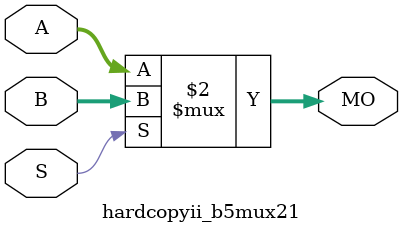
<source format=v>
module hardcopyii_b5mux21 (MO, A, B, S);
   input [4:0] A, B;
   input       S;
   output [4:0] MO; 
   assign MO = (S == 1) ? B : A; 
endmodule
</source>
